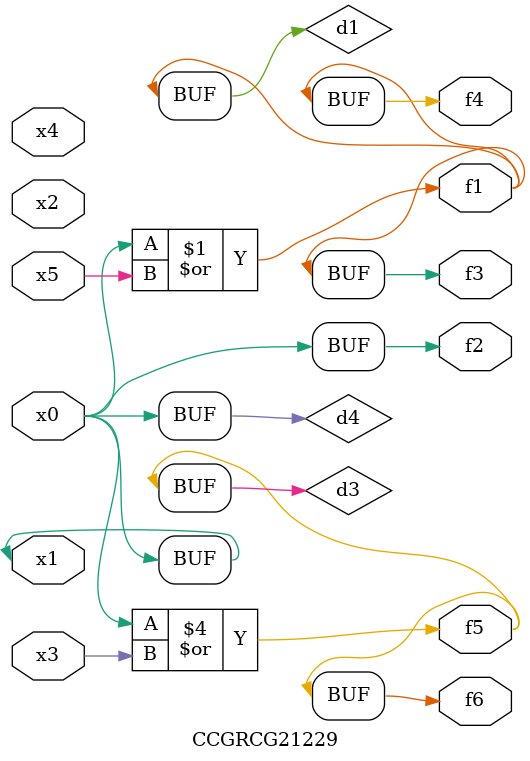
<source format=v>
module CCGRCG21229(
	input x0, x1, x2, x3, x4, x5,
	output f1, f2, f3, f4, f5, f6
);

	wire d1, d2, d3, d4;

	or (d1, x0, x5);
	xnor (d2, x1, x4);
	or (d3, x0, x3);
	buf (d4, x0, x1);
	assign f1 = d1;
	assign f2 = d4;
	assign f3 = d1;
	assign f4 = d1;
	assign f5 = d3;
	assign f6 = d3;
endmodule

</source>
